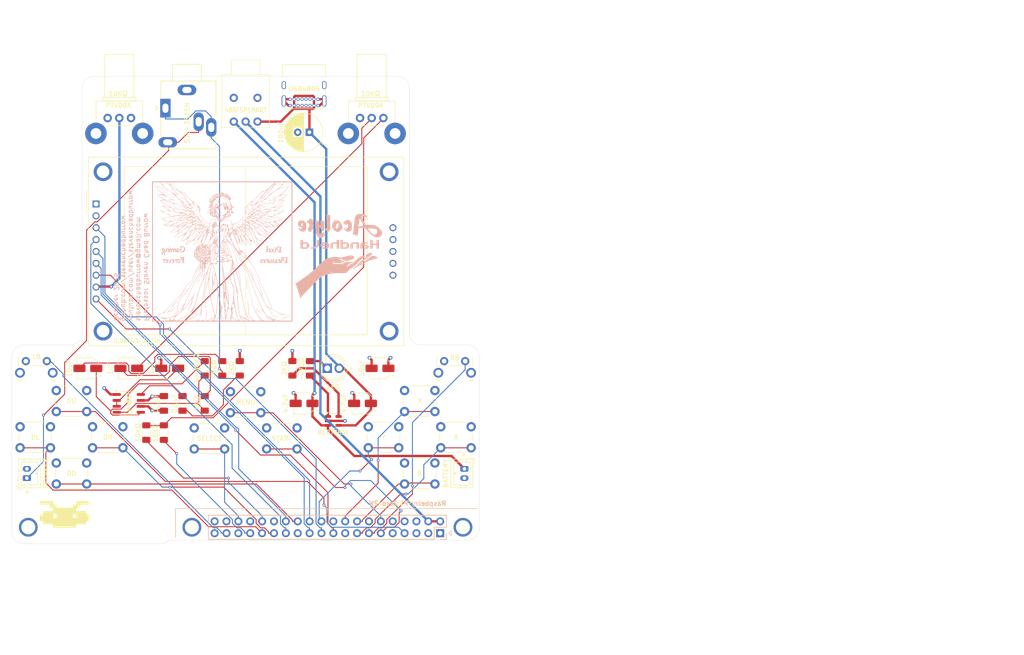
<source format=kicad_pcb>
(kicad_pcb (version 20221018) (generator pcbnew)
  (layers (0 "F.Cu" signal) (1 "In1.Cu" signal) (2 "In2.Cu" signal) (31 "B.Cu" signal) (34 "B.Paste" user) (35 "F.Paste" user) (36 "B.SilkS" user "B.Silkscreen") (37 "F.SilkS" user "F.Silkscreen") (38 "B.Mask" user) (39 "F.Mask" user) (44 "Edge.Cuts" user))
  (net 0 "")
  (net 1 "+3V8")
  (net 2 "GND")
  (net 3 "+5V")
  (net 4 "Net-(C3-Pad1)")
  (net 5 "Net-(C3-Pad2)")
  (net 6 "Net-(U3-+IN)")
  (net 7 "Net-(U3-VO1)")
  (net 8 "Net-(C5-Pad2)")
  (net 9 "+3V3")
  (net 10 "Net-(C7-Pad1)")
  (net 11 "Net-(U3-VO2)")
  (net 12 "Net-(D1-K)")
  (net 13 "POWER")
  (net 16 "BUTTON-DU")
  (net 19 "BUTTON-START")
  (net 20 "BUTTON-RB")
  (net 21 "BUTTON-A")
  (net 22 "BUTTON-B")
  (net 23 "BUTTON-X")
  (net 24 "LCD-MOSI")
  (net 25 "LCD-MISO")
  (net 26 "BUTTON-Y")
  (net 27 "LCD-SCLK")
  (net 28 "LCD-CS")
  (net 29 "BUTTON-DR")
  (net 30 "LCD-RESET")
  (net 31 "LCD-DC")
  (net 32 "BUTTON-DD")
  (net 33 "BUTTON-DL")
  (net 34 "AUDIO-LEFT")
  (net 35 "AUDIO-RIGHT")
  (net 36 "BUTTON-SELECT")
  (net 37 "BUTTON-LB")
  (net 40 "AUDIO-OUT")
  (net 41 "AUDIO-SPEAKER")
  (net 42 "Net-(U1-PROG)")
  (net 43 "STAT")
  (net 44 "Net-(R3-Pad2)")
  (net 45 "Net-(U3--IN)")
  (net 46 "LCD-BL")
  (net 47 "BUTTON-MENU")
  (footprint "Button_Switch_THT:SW_PUSH_6mm" (layer "F.Cu") (at 59.5 132.75)
    (fp_text reference "SW5" hide)
    (fp_text value "SW_Push" hide)
  )
  (footprint "Button_Switch_THT:SW_PUSH_6mm" (layer "F.Cu") (at 134 117.25)
    (fp_text reference "SW8" hide)
    (fp_text value "SW_Push" hide)
  )
  (footprint "RPi02W-PeanutGB:ScrewHole-RPiZero" (layer "F.Cu") (at 53.5 146.5)
    (fp_text reference "TP3" hide)
    (fp_text value "TestPoint" hide)
  )
  (footprint "Resistor_SMD:R_1206_3216Metric_Pad1.30x1.75mm_HandSolder" (layer "F.Cu") (at 98.75 112.5 -90)
    (fp_text reference "R8" hide)
    (fp_text value "R_US" hide)
  )
  (footprint "Package_SO:SO-8_3.9x4.9mm_P1.27mm" (layer "F.Cu") (at 75 120)
    (fp_text reference "U3" hide)
    (fp_text value "LM4861MX" hide)
  )
  (footprint "Connector_JST:JST_PH_B2B-PH-K_1x02_P2.00mm_Vertical" (layer "F.Cu") (at 53.2 136 90)
    (fp_text reference "LS1" hide)
    (fp_text value "Speaker" hide)
  )
  (footprint "Package_TO_SOT_SMD:SOT-23-5" (layer "F.Cu") (at 118.75 123.75)
    (fp_text reference "U1" hide)
    (fp_text value "MCP73831-2-OT" hide)
  )
  (footprint "Capacitor_THT:CP_Radial_D8.0mm_P2.50mm" (layer "F.Cu") (at 113.6527 62 180)
    (fp_text reference "C8" hide)
    (fp_text value "C_Polarized_Small_US" hide)
  )
  (footprint "Resistor_SMD:R_1206_3216Metric_Pad1.30x1.75mm_HandSolder" (layer "F.Cu") (at 95 112.5 90)
    (fp_text reference "R7" hide)
    (fp_text value "R_US" hide)
  )
  (footprint "Button_Switch_THT:SW_Tactile_SPST_Angled_PTS645Vx83-2LFS" (layer "F.Cu") (at 142.475 110.9625)
    (fp_text reference "SW11" hide)
    (fp_text value "SW_Push" hide)
  )
  (footprint "Button_Switch_THT:SW_PUSH_6mm" (layer "F.Cu") (at 126.25 125)
    (fp_text reference "SW9" hide)
    (fp_text value "SW_Push" hide)
  )
  (footprint "Resistor_SMD:R_1206_3216Metric_Pad1.30x1.75mm_HandSolder" (layer "F.Cu") (at 91.25 112.5 -90)
    (fp_text reference "R6" hide)
    (fp_text value "R_US" hide)
  )
  (footprint "Button_Switch_THT:SW_PUSH_6mm" (layer "F.Cu") (at 141.75 125)
    (fp_text reference "SW6" hide)
    (fp_text value "SW_Push" hide)
  )
  (footprint "RPi02W-PeanutGB:ScrewHole-RPiZero" (layer "F.Cu") (at 88.5 146.5)
    (fp_text reference "TP1" hide)
    (fp_text value "TestPoint" hide)
  )
  (footprint "Potentiometer_THT:Potentiometer_Bourns_PTV09A-2_Single_Horizontal" (layer "F.Cu") (at 75.475 58.95 90)
    (fp_text reference "RV3" hide)
    (fp_text value "R_Potentiometer_US" hide)
  )
  (footprint "Capacitor_SMD:C_1206_3216Metric_Pad1.33x1.80mm_HandSolder" (layer "F.Cu") (at 86.5 120 90)
    (fp_text reference "C7" hide)
    (fp_text value "C_Small" hide)
  )
  (footprint "Display:CR2013-MI2120" (layer "F.Cu") (at 68 77.34)
    (fp_text reference "U4" hide)
    (fp_text value "CR2013-MI2120" hide)
  )
  (footprint "Resistor_SMD:R_1206_3216Metric_Pad1.30x1.75mm_HandSolder" (layer "F.Cu") (at 78.75 126.25 90)
    (fp_text reference "R3" hide)
    (fp_text value "R_US" hide)
  )
  (footprint "Capacitor_SMD:CP_Elec_4x5.8" (layer "F.Cu") (at 75 112.5 180)
    (fp_text reference "C3" hide)
    (fp_text value "C_Polarized_Small_US" hide)
  )
  (footprint "Connector_USB:USB_C_Receptacle_GCT_USB4085" (layer "F.Cu") (at 115.475 56.275 180)
    (fp_text reference "J9" hide)
    (fp_text value "USB_C_Receptacle" hide)
  )
  (footprint "Button_Switch_THT:SW_PUSH_6mm" (layer "F.Cu") (at 96.75 117.5)
    (fp_text reference "SW14" hide)
    (fp_text value "SW_Push" hide)
  )
  (footprint "Capacitor_SMD:C_1206_3216Metric_Pad1.33x1.80mm_HandSolder" (layer "F.Cu") (at 82.5 120 -90)
    (fp_text reference "C6" hide)
    (fp_text value "C_Small" hide)
  )
  (footprint "RPi02W-PeanutGB:48BFSP1M6QT" (layer "F.Cu") (at 97.46 59.719)
    (fp_text reference "SW1" hide)
    (fp_text value "SW_SPDT_MSM" hide)
  )
  (footprint "Resistor_SMD:R_1206_3216Metric_Pad1.30x1.75mm_HandSolder" (layer "F.Cu") (at 113.75 112.5 -90)
    (fp_text reference "R2" hide)
    (fp_text value "R_US" hide)
  )
  (footprint "Resistor_SMD:R_1206_3216Metric_Pad1.30x1.75mm_HandSolder" (layer "F.Cu") (at 82.5 126.25 -90)
    (fp_text reference "R4" hide)
    (fp_text value "R_US" hide)
  )
  (footprint "Button_Switch_THT:SW_PUSH_6mm" (layer "F.Cu") (at 134 132.75)
    (fp_text reference "SW7" hide)
    (fp_text value "SW_Push" hide)
  )
  (footprint "Button_Switch_THT:SW_Tactile_SPST_Angled_PTS645Vx83-2LFS" (layer "F.Cu") (at 52.975 110.9625)
    (fp_text reference "SW10" hide)
    (fp_text value "SW_Push" hide)
  )
  (footprint "RPi02W-PeanutGB:Jack_3.5mm_Ledino_Edited_KB3SPRS_Horizontal" (layer "F.Cu") (at 82.8425 56.85 -90)
    (fp_text reference "J3" hide)
    (fp_text value "AudioJack3_SwitchTR" hide)
  )
  (footprint "Capacitor_SMD:CP_Elec_4x5.8" (layer "F.Cu") (at 66.25 112.5 180)
    (fp_text reference "C5" hide)
    (fp_text value "C_Polarized_Small_US" hide)
  )
  (footprint "Resistor_SMD:R_1206_3216Metric_Pad1.30x1.75mm_HandSolder" (layer "F.Cu") (at 110 112.5 90)
    (fp_text reference "R1" hide)
    (fp_text value "R_US" hide)
  )
  (footprint "Capacitor_SMD:CP_Elec_4x5.8" (layer "F.Cu") (at 128.75 112.5 180)
    (fp_text reference "C9" hide)
    (fp_text value "C_Polarized_Small_US" hide)
  )
  (footprint "Button_Switch_THT:SW_PUSH_6mm" (layer "F.Cu") (at 51.75 125)
    (fp_text reference "SW4" hide)
    (fp_text value "SW_Push" hide)
  )
  (footprint "Button_Switch_THT:SW_PUSH_6mm" (layer "F.Cu") (at 59.5 117.25)
    (fp_text reference "SW2" hide)
    (fp_text value "SW_Push" hide)
  )
  (footprint "Capacitor_SMD:CP_Elec_4x5.8" (layer "F.Cu") (at 83.75 112.5 180)
    (fp_text reference "C4" hide)
    (fp_text value "C_Polarized_Small_US" hide)
  )
  (footprint "RPi02W-PeanutGB:ScrewHole-RPiZero" (layer "F.Cu") (at 146.5 146.5)
    (fp_text reference "TP2" hide)
    (fp_text value "TestPoint" hide)
  )
  (footprint "Button_Switch_THT:SW_PUSH_6mm" (layer "F.Cu") (at 67.25 125)
    (fp_text reference "SW3" hide)
    (fp_text value "SW_Push" hide)
  )
  (footprint "Capacitor_SMD:CP_Elec_4x5.8" (layer "F.Cu") (at 112.5 120 180)
    (fp_text reference "C2" hide)
    (fp_text value "C_Polarized_Small_US" hide)
  )
  (footprint "Capacitor_SMD:CP_Elec_4x5.8" (layer "F.Cu") (at 125 120 180)
    (fp_text reference "C1" hide)
    (fp_text value "C_Polarized_Small_US" hide)
  )
  (footprint "Resistor_SMD:R_1206_3216Metric_Pad1.30x1.75mm_HandSolder" (layer "F.Cu") (at 91.25 120 90)
    (fp_text reference "R5" hide)
    (fp_text value "R_US" hide)
  )
  (footprint "Button_Switch_THT:SW_PUSH_6mm" (layer "F.Cu") (at 89 125.25)
    (fp_text reference "SW12" hide)
    (fp_text value "SW_Push" hide)
  )
  (footprint "Connector_JST:JST_PH_B2B-PH-K_1x02_P2.00mm_Vertical" (layer "F.Cu") (at 146.8 134 -90)
    (fp_text reference "BT1" hide)
    (fp_text value "Battery_Cell" hide)
  )
  (footprint "Button_Switch_THT:SW_PUSH_6mm" (layer "F.Cu") (at 104.5 125.25)
    (fp_text reference "SW13" hide)
    (fp_text value "SW_Push" hide)
  )
  (footprint "Potentiometer_THT:Potentiometer_Bourns_PTV09A-2_Single_Horizontal" (layer "F.Cu") (at 129.475 58.95 90)
    (fp_text reference "RV2" hide)
    (fp_text value "R_Potentiometer_US" hide)
  )
  (footprint "RPi02W-PeanutGB:Alien" (layer "F.Cu") (at 61.25 143.75)
    (fp_text reference "G109" hide)
    (fp_text value "LOGO" hide)
  )
  (footprint "RPi02W-PeanutGB:LED_Custom_D5.0mm" (layer "F.Cu") (at 117.475 112.5)
    (fp_text reference "D1" hide)
    (fp_text value "LED" hide)
  )
  (footprint "RPi02W-PeanutGB:Hand" (layer "B.Cu") (at 119.5 92.25 180)
    (fp_text reference "G103" hide)
    (fp_text value "LOGO" hide)
  )
  (footprint "RPi02W-PeanutGB:Acolyte" (layer "B.Cu") (at 119.866666 81.888421 180)
    (fp_text reference "G101" hide)
    (fp_text value "LOGO" hide)
  )
  (footprint "RPi02W-PeanutGB:Angel" (layer "B.Cu") (at 95 87.5 180)
    (fp_text reference "G100" hide)
    (fp_text value "LOGO" hide)
  )
  (footprint "RPi02W-PeanutGB:Handheld" (layer "B.Cu") (at 120 87.5 180)
    (fp_text reference "G102" hide)
    (fp_text value "LOGO" hide)
  )
  (footprint "Connector_PinHeader_2.54mm:PinHeader_2x20_P2.54mm_Vertical" (layer "B.Cu") (at 141.625 147.775 90)
    (fp_text reference "J1" hide)
    (fp_text value "Raspberry_Pi_2_3" hide)
  )
  (gr_line (start 144 148.25) (end 144 147.25) (stroke (width 0.1)) (layer "B.SilkS"))
  (gr_line (start 85 142.5) (end 85 148.75) (stroke (width 0.1)) (layer "B.SilkS"))
  (gr_line (start 117.49 142.5) (end 117.49 143.5) (stroke (width 0.1)) (layer "B.SilkS"))
  (gr_line (start 143.5 147.75) (end 144 148.25) (stroke (width 0.1)) (layer "B.SilkS"))
  (gr_line (start 144 147.25) (end 143.5 147.75) (stroke (width 0.1)) (layer "B.SilkS"))
  (gr_line (start 149.5 142.5) (end 85 142.5) (stroke (width 0.1)) (layer "B.SilkS"))
  (gr_line (start 143 144) (end 143 146.5) (stroke (width 0.1)) (layer "F.SilkS"))
  (gr_line (start 143 147.75) (end 143 149) (stroke (width 0.1)) (layer "F.SilkS"))
  (gr_line (start 92 149) (end 92 144) (stroke (width 0.1)) (layer "F.SilkS"))
  (gr_line (start 140.25 149) (end 92 149) (stroke (width 0.1)) (layer "F.SilkS"))
  (gr_line (start 143 149) (end 141.75 149) (stroke (width 0.1)) (layer "F.SilkS"))
  (gr_line (start 92 144) (end 143 144) (stroke (width 0.1)) (layer "F.SilkS"))
  (gr_line (start 144 148.25) (end 144 147.25) (stroke (width 0.1)) (layer "F.SilkS"))
  (gr_line (start 140.25 146.5) (end 140.25 149) (stroke (width 0.1)) (layer "F.SilkS"))
  (gr_line (start 100 69.34) (end 100 105.34) (stroke (width 0.1)) (layer "F.SilkS"))
  (gr_line (start 117.49 142.5) (end 117.49 143.5) (stroke (width 0.1)) (layer "F.SilkS"))
  (gr_line (start 85 142.5) (end 85 148.75) (stroke (width 0.1)) (layer "F.SilkS"))
  (gr_line (start 85 142.5) (end 149.5 142.5) (stroke (width 0.1)) (layer "F.SilkS"))
  (gr_line (start 143.5 147.75) (end 144 148.25) (stroke (width 0.1)) (layer "F.SilkS"))
  (gr_line (start 143 146.5) (end 140.25 146.5) (stroke (width 0.1)) (layer "F.SilkS"))
  (gr_line (start 144 147.25) (end 143.5 147.75) (stroke (width 0.1)) (layer "F.SilkS"))
  (gr_line (start 132.5 50) (end 67.5 50) (stroke (width 0.05)) (layer "Edge.Cuts"))
  (gr_arc (start 52.5 150) (mid 50.732233 149.267767) (end 50 147.5) (stroke (width 0.05)) (layer "Edge.Cuts"))
  (gr_line (start 52.5 150) (end 82.5 150) (stroke (width 0.05)) (layer "Edge.Cuts"))
  (gr_line (start 65 105) (end 65 52.5) (stroke (width 0.05)) (layer "Edge.Cuts"))
  (gr_arc (start 83.396447 149.396447) (mid 83.558659 149.288061) (end 83.75 149.25) (stroke (width 0.05)) (layer "Edge.Cuts"))
  (gr_line (start 52.5 107.5) (end 62.5 107.5) (stroke (width 0.05)) (layer "Edge.Cuts"))
  (gr_line (start 150 146.75) (end 150 110) (stroke (width 0.05)) (layer "Edge.Cuts"))
  (gr_arc (start 65 105) (mid 64.267767 106.767767) (end 62.5 107.5) (stroke (width 0.05)) (layer "Edge.Cuts"))
  (gr_arc (start 132.5 50) (mid 134.267767 50.732233) (end 135 52.5) (stroke (width 0.05)) (layer "Edge.Cuts"))
  (gr_arc (start 137.5 107.5) (mid 135.732233 106.767767) (end 135 105) (stroke (width 0.05)) (layer "Edge.Cuts"))
  (gr_arc (start 82.853553 149.853553) (mid 82.691342 149.961939) (end 82.5 150) (stroke (width 0.05)) (layer "Edge.Cuts"))
  (gr_line (start 83.75 149.25) (end 147.5 149.25) (stroke (width 0.05)) (layer "Edge.Cuts"))
  (gr_arc (start 150 146.75) (mid 149.267767 148.517767) (end 147.5 149.25) (stroke (width 0.05)) (layer "Edge.Cuts"))
  (gr_arc (start 65 52.5) (mid 65.732233 50.732233) (end 67.5 50) (stroke (width 0.05)) (layer "Edge.Cuts"))
  (gr_line (start 50 110) (end 50 147.5) (stroke (width 0.05)) (layer "Edge.Cuts"))
  (gr_line (start 137.5 107.5) (end 147.5 107.5) (stroke (width 0.05)) (layer "Edge.Cuts"))
  (gr_arc (start 147.5 107.5) (mid 149.267767 108.232233) (end 150 110) (stroke (width 0.05)) (layer "Edge.Cuts"))
  (gr_line (start 135 105) (end 135 52.5) (stroke (width 0.05)) (layer "Edge.Cuts"))
  (gr_arc (start 50 110) (mid 50.732233 108.232233) (end 52.5 107.5) (stroke (width 0.05)) (layer "Edge.Cuts"))
  (gr_line (start 82.853553 149.853553) (end 83.396447 149.396447) (stroke (width 0.05)) (layer "Edge.Cuts"))
  (gr_text "Professor Steven Chad Burrow\nstevenchadburrow@gmail.com\nyoutube.com/user/stevenchadburrow\ngithub.com/stevenchadburrow\nOctober 2025" (at 71.75 102.5 -90) (layer "B.SilkS") (effects (font (size 1 1)) (justify left bottom mirror)))
  (gr_text "Raspberry Pi Zero 2W" (at 143 142) (layer "B.SilkS") (effects (font (size 1 1)) (justify left bottom mirror)))
  (gr_text "Raspberry Pi Zero 2W" (at 126.25 142) (layer "F.SilkS") (effects (font (size 1 1)) (justify left bottom)))
  (segment (start 114.75 117.775) (end 114.3 118.225) (width 0.5) (layer "F.Cu") (net 1))
  (segment (start 144.05 131.25) (end 146.8 134) (width 0.5) (layer "F.Cu") (net 1))
  (segment (start 116.2 124.7) (end 117.6125 124.7) (width 0.5) (layer "F.Cu") (net 1))
  (segment (start 117.6125 125.6125) (end 123.25 131.25) (width 0.5) (layer "F.Cu") (net 1))
  (segment (start 117.6125 124.7) (end 117.6125 125.6125) (width 0.5) (layer "F.Cu") (net 1))
  (segment (start 123.25 131.25) (end 144.05 131.25) (width 0.5) (layer "F.Cu") (net 1))
  (segment (start 114.3 122.8) (end 116.2 124.7) (width 0.5) (layer "F.Cu") (net 1))
  (segment (start 114.3 118.225) (end 114.3 122.8) (width 0.5) (layer "F.Cu") (net 1))
  (via (at 114.75 117.775) (size 0.8) (drill 0.4) (layers "F.Cu" "B.Cu") (net 1))
  (segment (start 114.75 77) (end 97.469 59.719) (width 0.5) (layer "B.Cu") (net 1))
  (segment (start 97.469 59.719) (end 97.46 59.719) (width 0.5) (layer "B.Cu") (net 1))
  (segment (start 114.75 117.775) (end 114.75 77) (width 0.5) (layer "B.Cu") (net 1))
  (segment (start 80 118.5) (end 79.135 119.365) (width 0.5) (layer "F.Cu") (net 2))
  (segment (start 110 110.95) (end 110 108.75) (width 0.5) (layer "F.Cu") (net 2))
  (segment (start 82.1875 118.5) (end 82.5 118.1875) (width 0.5) (layer "F.Cu") (net 2))
  (segment (start 71.095 118.095) (end 69.75 116.75) (width 0.5) (layer "F.Cu") (net 2))
  (segment (start 115.845 56.275) (end 116.825 55.295) (width 0.5) (layer "F.Cu") (net 2))
  (segment (start 81.95 110.7) (end 81.5 110.25) (width 0.5) (layer "F.Cu") (net 2))
  (segment (start 115.475 54.925) (end 116.455 54.925) (width 0.5) (layer "F.Cu") (net 2))
  (segment (start 126.95 112.5) (end 126.95 110.7) (width 0.5) (layer "F.Cu") (net 2))
  (segment (start 123.25 118.2) (end 122.8 117.75) (width 0.5) (layer "F.Cu") (net 2))
  (segment (start 72.425 118.095) (end 71.095 118.095) (width 0.5) (layer "F.Cu") (net 2))
  (segment (start 110.7 118.2) (end 110.25 117.75) (width 0.5) (layer "F.Cu") (net 2))
  (segment (start 110.7 120) (end 110.7 118.2) (width 0.5) (layer "F.Cu") (net 2))
  (segment (start 123.25 120) (end 123.25 118.2) (width 0.5) (layer "F.Cu") (net 2))
  (segment (start 109.155 56.275) (end 108.175 55.295) (width 0.5) (layer "F.Cu") (net 2))
  (segment (start 80 118.5) (end 82.1875 118.5) (width 0.5) (layer "F.Cu") (net 2))
  (segment (start 117.6125 123.75) (end 121.25 123.75) (width 0.5) (layer "F.Cu") (net 2))
  (segment (start 98.75 110.95) (end 98.75 108.75) (width 0.5) (layer "F.Cu") (net 2))
  (segment (start 109.525 56.275) (end 109.155 56.275) (width 0.5) (layer "F.Cu") (net 2))
  (segment (start 116.455 54.925) (end 116.825 55.295) (width 0.5) (layer "F.Cu") (net 2))
  (segment (start 109.525 54.925) (end 108.545 54.925) (width 0.5) (layer "F.Cu") (net 2))
  (segment (start 81.95 112.5) (end 81.95 110.7) (width 0.5) (layer "F.Cu") (net 2))
  (segment (start 79.135 119.365) (end 77.575 119.365) (width 0.5) (layer "F.Cu") (net 2))
  (segment (start 126.95 110.7) (end 126.5 110.25) (width 0.5) (layer "F.Cu") (net 2))
  (segment (start 108.545 54.925) (end 108.175 55.295) (width 0.5) (layer "F.Cu") (net 2))
  (segment (start 115.475 56.275) (end 115.845 56.275) (width 0.5) (layer "F.Cu") (net 2))
  (via (at 110.25 117.75) (size 0.8) (drill 0.4) (layers "F.Cu" "B.Cu") (net 2))
  (via (at 110 108.75) (size 0.8) (drill 0.4) (layers "F.Cu" "B.Cu") (net 2))
  (via (at 81.5 110.25) (size 0.8) (drill 0.4) (layers "F.Cu" "B.Cu") (net 2))
  (via (at 121.25 123.75) (size 0.8) (drill 0.4) (layers "F.Cu" "B.Cu") (net 2))
  (via (at 98.75 108.75) (size 0.8) (drill 0.4) (layers "F.Cu" "B.Cu") (net 2))
  (via (at 80 118.5) (size 0.8) (drill 0.4) (layers "F.Cu" "B.Cu") (net 2))
  (via (at 126.5 110.25) (size 0.8) (drill 0.4) (layers "F.Cu" "B.Cu") (net 2))
  (via (at 122.8 117.75) (size 0.8) (drill 0.4) (layers "F.Cu" "B.Cu") (net 2))
  (via (at 69.75 116.75) (size 0.8) (drill 0.4) (layers "F.Cu" "B.Cu") (net 2))
  (segment (start 119.8875 124.7) (end 123.55 124.7) (width 0.5) (layer "F.Cu") (net 3))
  (segment (start 126.8 121.45) (end 126.8 120) (width 0.5) (layer "F.Cu") (net 3))
  (segment (start 114.625 56.77) (end 114.42 56.975) (width 0.5) (layer "F.Cu") (net 3))
  (segment (start 110.58 56.975) (end 110.375 56.77) (width 0.5) (layer "F.Cu") (net 3))
  (segment (start 120.015 113.035) (end 120.015 112.5) (width 0.5) (layer "F.Cu") (net 3))
  (segment (start 113.6527 62) (end 113.653 62) (width 0.2) (layer "F.Cu") (net 3))
  (segment (start 110.375 56.275) (end 110.375 54.925) (width 0.5) (layer "F.Cu") (net 3))
  (segment (start 114.42 56.975) (end 113.75 56.975) (width 0.5) (layer "F.Cu") (net 3))
  (segment (start 110.375 54.925) (end 110.375 54.43) (width 0.5) (layer "F.Cu") (net 3))
  (segment (start 114.42 54.225) (end 114.625 54.43) (width 0.5) (layer "F.Cu") (net 3))
  (segment (start 114.625 56.275) (end 114.625 56.77) (width 0.5) (layer "F.Cu") (net 3))
  (segment (start 110.58 54.225) (end 114.42 54.225) (width 0.5) (layer "F.Cu") (net 3))
  (segment (start 126.8 120) (end 126.8 118.3) (width 0.5) (layer "F.Cu") (net 3))
  (segment (start 126.8 118.3) (end 121 112.5) (width 0.5) (layer "F.Cu") (net 3))
  (segment (start 110.375 56.77) (end 110.375 56.275) (width 0.5) (layer "F.Cu") (net 3))
  (segment (start 123.55 124.7) (end 126.8 121.45) (width 0.5) (layer "F.Cu") (net 3))
  (segment (start 114.625 54.43) (end 114.625 54.925) (width 0.5) (layer "F.Cu") (net 3))
  (segment (start 121 112.5) (end 120.015 112.5) (width 0.5) (layer "F.Cu") (net 3))
  (segment (start 113.653 57.0723) (end 113.75 56.975) (width 0.5) (layer "F.Cu") (net 3))
  (segment (start 107.531 59.719) (end 110.375 56.875) (width 0.5) (layer "F.Cu") (net 3))
  (segment (start 110.375 56.875) (end 110.375 56.77) (width 0.5) (layer "F.Cu") (net 3))
  (segment (start 102.54 59.719) (end 107.531 59.719) (width 0.5) (layer "F.Cu") (net 3))
  (segment (start 113.75 56.975) (end 110.58 56.975) (width 0.5) (layer "F.Cu") (net 3))
  (segment (start 113.653 62) (end 113.653 57.0723) (width 0.5) (layer "F.Cu") (net 3))
  (segment (start 114.625 56.275) (end 114.625 54.925) (width 0.5) (layer "F.Cu") (net 3))
  (segment (start 110.375 54.43) (end 110.58 54.225) (width 0.5) (layer "F.Cu") (net 3))
  (segment (start 117.25 109.375) (end 120.015 112.14) (width 0.5) (layer "B.Cu") (net 3))
  (segment (start 113.6527 62) (end 113.653 62) (width 0.2) (layer "B.Cu") (net 3))
  (segment (start 117.25 65.5973) (end 117.25 109.375) (width 0.5) (layer "B.Cu") (net 3))
  (segment (start 113.653 62) (end 117.25 65.5973) (width 0.5) (layer "B.Cu") (net 3))
  (segment (start 120.015 112.14) (end 120.015 112.5) (width 0.5) (layer "B.Cu") (net 3))
  (segment (start 124.8504 61.1496) (end 126.975 59.025) (width 0.2) (layer "F.Cu") (net 4))
  (segment (start 124.8504 64.4496) (end 124.8504 61.1496) (width 0.2) (layer "F.Cu") (net 4))
  (segment (start 126.975 59.025) (end 126.975 58.95) (width 0.2) (layer "F.Cu") (net 4))
  (segment (start 76.8 112.5) (end 124.8504 64.4496) (width 0.2) (layer "F.Cu") (net 4))
  (segment (start 83.7499 113.1017) (end 83.7499 111.8532) (width 0.2) (layer "F.Cu") (net 5))
  (segment (start 83.7499 111.8532) (end 85.6337 109.9694) (width 0.2) (layer "F.Cu") (net 5))
  (segment (start 92.1261 109.9694) (end 92.4383 110.2816) (width 0.2) (layer "F.Cu") (net 5))
  (segment (start 82.8401 114.0115) (end 83.7499 113.1017) (width 0.2) (layer "F.Cu") (net 5))
  (segment (start 92.4383 110.2816) (end 92.4383 117.2617) (width 0.2) (layer "F.Cu") (net 5))
  (segment (start 92.4383 117.2617) (end 91.25 118.45) (width 0.2) (layer "F.Cu") (net 5))
  (segment (start 74.7115 114.0115) (end 82.8401 114.0115) (width 0.2) (layer "F.Cu") (net 5))
  (segment (start 73.2 112.5) (end 74.7115 114.0115) (width 0.2) (layer "F.Cu") (net 5))
  (segment (start 85.6337 109.9694) (end 92.1261 109.9694) (width 0.2) (layer "F.Cu") (net 5))
  (segment (start 83.1021 114.9479) (end 77.3916 114.9479) (width 0.2) (layer "F.Cu") (net 6))
  (segment (start 72.425 119.365) (end 72.425 120.635) (width 0.2) (layer "F.Cu") (net 6))
  (segment (start 77.3916 114.9479) (end 72.9745 119.365) (width 0.2) (layer "F.Cu") (net 6))
  (segment (start 72.9745 119.365) (end 72.425 119.365) (width 0.2) (layer "F.Cu") (net 6))
  (segment (start 85.55 112.5) (end 83.1021 114.9479) (width 0.2) (layer "F.Cu") (net 6))
  (segment (start 71.509448 121.235) (end 73.340552 121.235) (width 0.2) (layer "F.Cu") (net 7))
  (segment (start 74.8583 118.0476) (end 77.0927 115.8132) (width 0.2) (layer "F.Cu") (net 7))
  (segment (start 74.8583 119.717252) (end 74.8583 118.4646) (width 0.2) (layer "F.Cu") (net 7))
  (segment (start 71.509448 122.505) (end 71.137224 122.132776) (width 0.2) (layer "F.Cu") (net 7))
  (segment (start 71.107224 121.607224) (end 71.137224 121.607224) (width 0.2) (layer "F.Cu") (net 7))
  (segment (start 74.8583 118.4646) (end 74.8583 118.0476) (width 0.2) (layer "F.Cu") (net 7))
  (segment (start 71.137224 121.607224) (end 71.509448 121.235) (width 0.2) (layer "F.Cu") (net 7))
  (segment (start 77.0927 115.8132) (end 86.3868 115.8132) (width 0.2) (layer "F.Cu") (net 7))
  (segment (start 77.575 121.905) (end 76.975 122.505) (width 0.2) (layer "F.Cu") (net 7))
  (segment (start 68.05 112.5) (end 68.05 118.55) (width 0.2) (layer "F.Cu") (net 7))
  (segment (start 76.975 122.505) (end 71.509448 122.505) (width 0.2) (layer "F.Cu") (net 7))
  (segment (start 71.137224 122.132776) (end 71.137224 121.607224) (width 0.2) (layer "F.Cu") (net 7))
  (segment (start 73.340552 121.235) (end 74.8583 119.717252) (width 0.2) (layer "F.Cu") (net 7))
  (segment (start 86.3868 115.8132) (end 91.25 110.95) (width 0.2) (layer "F.Cu") (net 7))
  (segment (start 68.05 118.55) (end 71.107224 121.607224) (width 0.2) (layer "F.Cu") (net 7))
  (segment (start 78.101 113.6112) (end 80.563 111.1492) (width 0.2) (layer "F.Cu") (net 8))
  (segment (start 65.5858 111.3642) (end 74.4474 111.3642) (width 0.2) (layer "F.Cu") (net 8))
  (segment (start 75.5295 113.6112) (end 78.101 113.6112) (width 0.2) (layer "F.Cu") (net 8))
  (segment (start 80.563 111.1492) (end 80.563 110.1495) (width 0.2) (layer "F.Cu") (net 8))
  (segment (start 75 111.9168) (end 75 113.0817) (width 0.2) (layer "F.Cu") (net 8))
  (segment (start 64.45 112.5) (end 65.5858 111.3642) (width 0.2) (layer "F.Cu") (net 8))
  (segment (start 74.4474 111.3642) (end 75 111.9168) (width 0.2) (layer "F.Cu") (net 8))
  (segment (start 75 113.0817) (end 75.5295 113.6112) (width 0.2) (layer "F.Cu") (net 8))
  (segment (start 93.5648 109.5148) (end 95 110.95) (width 0.2) (layer "F.Cu") (net 8))
  (segment (start 81.1977 109.5148) (end 93.5648 109.5148) (width 0.2) (layer "F.Cu") (net 8))
  (segment (start 80.563 110.1495) (end 81.1977 109.5148) (width 0.2) (layer "F.Cu") (net 8))
  (segment (start 130.55 110.7) (end 131 110.25) (width 0.5) (layer "F.Cu") (net 9))
  (segment (start 82.3115 121.5) (end 82.4995 121.312) (width 0.5) (layer "F.Cu") (net 9))
  (segment (start 79.135 120.635) (end 77.575 120.635) (width 0.5) (layer "F.Cu") (net 9))
  (segment (start 130.55 112.5) (end 130.55 110.7) (width 0.5) (layer "F.Cu") (net 9))
  (segment (start 80 121.5) (end 82.3115 121.5) (width 0.5) (layer "F.Cu") (net 9))
  (segment (start 80 121.5) (end 79.135 120.635) (width 0.5) (layer "F.Cu") (net 9))
  (via (at 131 110.25) (size 0.8) (drill 0.4) (layers "F.Cu" "B.Cu") (net 9))
  (via (at 80 121.5) (size 0.8) (drill 0.4) (layers "F.Cu" "B.Cu") (net 9))
  (segment (start 95.25 120.310314) (end 95.25 117.1427) (width 0.2) (layer "F.Cu") (net 10))
  (segment (start 98.3427 114.05) (end 98.75 114.05) (width 0.2) (layer "F.Cu") (net 10))
  (segment (start 95.25 117.1427) (end 98.3427 114.05) (width 0.2) (layer "F.Cu") (net 10))
  (segment (start 88.6033 122.6658) (end 92.894514 122.6658) (width 0.2) (layer "F.Cu") (net 10))
  (segment (start 92.894514 122.6658) (end 95.25 120.310314) (width 0.2) (layer "F.Cu") (net 10))
  (segment (start 86.5 121.5625) (end 87.5 121.5625) (width 0.2) (layer "F.Cu") (net 10))
  (segment (start 87.5 121.5625) (end 88.6033 122.6658) (width 0.2) (layer "F.Cu") (net 10))
  (segment (start 79.4564 116.2136) (end 77.575 118.095) (width 0.2) (layer "F.Cu") (net 11))
  (segment (start 84.2761 116.2136) (end 79.4564 116.2136) (width 0.2) (layer "F.Cu") (net 11))
  (segment (start 86.5 118.4375) (end 84.2761 116.2136) (width 0.2) (layer "F.Cu") (net 11))
  (segment (start 115.925 110.95) (end 117.475 112.5) (width 0.5) (layer "F.Cu") (net 12))
  (segment (start 113.75 110.95) (end 115.925 110.95) (width 0.5) (layer "F.Cu") (net 12))
  (segment (start 139.085 145.235) (end 141.625 145.235) (width 0.5) (layer "F.Cu") (net 13))
  (segment (start 116 122.15) (end 139.085 145.235) (width 0.5) (layer "B.Cu") (net 13))
  (segment (start 100 59.719) (end 116 75.719) (width 0.5) (layer "B.Cu") (net 13))
  (segment (start 116 75.719) (end 116 122.15) (width 0.5) (layer "B.Cu") (net 13))
  (segment (start 66 121.75) (end 59.5 121.75) (width 0.2) (layer "F.Cu") (net 16))
  (segment (start 113.2006 136.7006) (end 82.8108 136.7006) (width 0.2) (layer "F.Cu") (net 16))
  (segment (start 116.75 140.25) (end 113.2006 136.7006) (width 0.2) (layer "F.Cu") (net 16))
  (segment (start 116.75 141.75) (end 116.75 140.25) (width 0.2) (layer "F.Cu") (net 16))
  (segment (start 82.8108 136.7006) (end 67.8602 121.75) (width 0.2) (layer "F.Cu") (net 16))
  (segment (start 67.8602 121.75) (end 66 121.75) (width 0.2) (layer "F.Cu") (net 16))
  (via (at 116.75 141.75) (size 0.6) (drill 0.3) (layers "F.Cu" "B.Cu") (net 16))
  (segment (start 117.375 145.471346) (end 117.375 142.375) (width 0.2) (layer "B.Cu") (net 16))
  (segment (start 118.403654 146.5) (end 117.375 145.471346) (width 0.2) (layer "B.Cu") (net 16))
  (segment (start 117.375 142.375) (end 116.75 141.75) (width 0.2) (layer "B.Cu") (net 16))
  (segment (start 132.73 146.5) (end 118.403654 146.5) (width 0.2) (layer "B.Cu") (net 16))
  (segment (start 134.005 147.775) (end 132.73 146.5) (width 0.2) (layer "B.Cu") (net 16))
  (segment (start 121.0134 138) (end 121.25 138) (width 0.2) (layer "F.Cu") (net 19))
  (segment (start 132.855 145.471346) (end 132.855 143.395) (width 0.2) (layer "F.Cu") (net 19))
  (segment (start 111 129.75) (end 104.5 129.75) (width 0.2) (layer "F.Cu") (net 19))
  (segment (start 121.25 138) (end 119.25 138) (width 0.2) (layer "F.Cu") (net 19))
  (segment (start 130.2 146.5) (end 131.826346 146.5) (width 0.2) (layer "F.Cu") (net 19))
  (segment (start 119.25 138) (end 111 129.75) (width 0.2) (layer "F.Cu") (net 19))
  (segment (start 131.826346 146.5) (end 132.855 145.471346) (width 0.2) (layer "F.Cu") (net 19))
  (segment (start 128.925 147.775) (end 130.2 146.5) (width 0.2) (layer "F.Cu") (net 19))
  (segment (start 132.855 143.395) (end 133.25 143) (width 0.2) (layer "F.Cu") (net 19))
  (via (at 121.25 138) (size 0.6) (drill 0.3) (layers "F.Cu" "B.Cu") (net 19))
  (via (at 133.25 143) (size 0.6) (drill 0.3) (layers "F.Cu" "B.Cu") (net 19))
  (segment (start 122.436371 136.5) (end 126.75 136.5) (width 0.2) (layer "B.Cu") (net 19))
  (segment (start 121.25 137.686371) (end 122.436371 136.5) (width 0.2) (layer "B.Cu") (net 19))
  (segment (start 121.25 138) (end 121.25 137.686371) (width 0.2) (layer "B.Cu") (net 19))
  (segment (start 126.75 136.5) (end 133.25 143) (width 0.2) (layer "B.Cu") (net 19))
  (segment (start 127.5353 147.775) (end 127.5353 147.4873) (width 0.2) (layer "F.Cu") (net 20))
  (segment (start 129.2238 146.6247) (end 130.195 145.6535) (width 0.2) (layer "F.Cu") (net 20))
  (segment (start 130.195 144.8691) (end 135.6845 139.3796) (width 0.2) (layer "F.Cu") (net 20))
  (segment (start 127.5353 147.4873) (end 128.3979 146.6247) (width 0.2) (layer "F.Cu") (net 20))
  (segment (start 135.6845 139.3796) (end 135.6845 137.6393) (width 0.2) (layer "F.Cu") (net 20))
  (segment (start 126.385 147.775) (end 127.5353 147.775) (width 0.2) (layer "F.Cu") (net 20))
  (segment (start 128.3979 146.6247) (end 129.2238 146.6247) (width 0.2) (layer "F.Cu") (net 20))
  (segment (start 130.195 145.6535) (end 130.195 144.8691) (width 0.2) (layer "F.Cu") (net 20))
  (via (at 135.6845 137.6393) (size 0.6) (drill 0.3) (layers "F.Cu" "B.Cu") (net 20))
  (segment (start 135.6845 137.6393) (end 135.6845 124.0932) (width 0.2) (layer "B.Cu") (net 20))
  (segment (start 135.6845 124.0932) (end 146.975 112.8027) (width 0.2) (layer "B.Cu") (net 20))
  (segment (start 146.975 112.8027) (end 146.975 110.9625) (width 0.2) (layer "B.Cu") (net 20))
  (segment (start 124.9953 147.4873) (end 125.8579 146.6247) (width 0.2) (layer "F.Cu") (net 21))
  (segment (start 127.7001 144.8225) (end 133.142 139.3806) (width 0.2) (layer "F.Cu") (net 21))
  (segment (start 124.9953 147.775) (end 124.9953 147.4873) (width 0.2) (layer "F.Cu") (net 21))
  (segment (start 126.6507 146.6247) (end 127.7001 145.5753) (width 0.2) (layer "F.Cu") (net 21))
  (segment (start 123.845 147.775) (end 124.9953 147.775) (width 0.2) (layer "F.Cu") (net 21))
  (segment (start 148.25 129.5) (end 141.75 129.5) (width 0.2) (layer "F.Cu") (net 21))
  (segment (start 133.142 139.3806) (end 134.2969 139.3806) (width 0.2) (layer "F.Cu") (net 21))
  (segment (start 125.8579 146.6247) (end 126.6507 146.6247) (width 0.2) (layer "F.Cu") (net 21))
  (segment (start 127.7001 145.5753) (end 127.7001 144.8225) (width 0.2) (layer "F.Cu") (net 21))
  (via (at 134.2969 139.3806) (size 0.6) (drill 0.3) (layers "F.Cu" "B.Cu") (net 21))
  (segment (start 138.1147 136.0581) (end 138.1147 133.1353) (width 0.2) (layer "B.Cu") (net 21))
  (segment (start 134.7922 139.3806) (end 138.1147 136.0581) (width 0.2) (layer "B.Cu") (net 21))
  (segment (start 134.2969 139.3806) (end 134.7922 139.3806) (width 0.2) (layer "B.Cu") (net 21))
  (segment (start 138.1147 133.1353) (end 141.75 129.5) (width 0.2) (layer "B.Cu") (net 21))
  (segment (start 140.289 137.039) (end 134.211 137.039) (width 0.2) (layer "F.Cu") (net 22))
  (segment (start 132.6927 137.25) (end 134 137.25) (width 0.2) (layer "F.Cu") (net 22))
  (segment (start 134.211 137.039) (end 134 137.25) (width 0.2) (layer "F.Cu") (net 22))
  (segment (start 124.9953 145.235) (end 124.9953 144.9474) (width 0.2) (layer "F.Cu") (net 22))
  (segment (start 123.845 145.235) (end 124.9953 145.235) (width 0.2) (layer "F.Cu") (net 22))
  (segment (start 140.5 137.25) (end 140.289 137.039) (width 0.2) (layer "F.Cu") (net 22))
  (segment (start 124.9953 144.9474) (end 132.6927 137.25) (width 0.2) (layer "F.Cu") (net 22))
  (segment (start 121.305 144.0847) (end 128.3551 137.0346) (width 0.2) (layer "F.Cu") (net 23))
  (segment (start 140.5 121.75) (end 134 121.75) (width 0.2) (layer "F.Cu") (net 23))
  (segment (start 128.3551 137.0346) (end 128.3551 132.1991) (width 0.2) (layer "F.Cu") (net 23))
  (segment (start 121.305 145.235) (end 121.305 144.0847) (width 0.2) (layer "F.Cu") (net 23))
  (via (at 128.3551 132.1991) (size 0.6) (drill 0.3) (layers "F.Cu" "B.Cu") (net 23))
  (segment (start 128.3551 127.3949) (end 134 121.75) (width 0.2) (layer "B.Cu") (net 23))
  (segment (start 128.3551 132.1991) (end 128.3551 127.3949) (width 0.2) (layer "B.Cu") (net 23))
  (segment (start 117.6147 145.7621) (end 117.6147 139.1147) (width 0.2) (layer "F.Cu") (net 24))
  (segment (start 103.1992 131.05) (end 97.863 125.7138) (width 0.2) (layer "F.Cu") (net 24))
  (segment (start 118.4773 146.6247) (end 117.6147 145.7621) (width 0.2) (layer "F.Cu") (net 24))
  (segment (start 109.55 131.05) (end 103.1992 131.05) (width 0.2) (layer "F.Cu") (net 24))
  (segment (start 118.765 147.775) (end 118.765 146.6247) (width 0.2) (layer "F.Cu") (net 24))
  (segment (start 117.6147 139.1147) (end 109.55 131.05) (width 0.2) (layer "F.Cu") (net 24))
  (segment (start 118.765 146.6247) (end 118.4773 146.6247) (width 0.2) (layer "F.Cu") (net 24))
  (via (at 97.863 125.7138) (size 0.6) (drill 0.3) (layers "F.Cu" "B.Cu") (net 24))
  (segment (start 97.863 125.7138) (end 97.863 125.5991) (width 0.2) (layer "B.Cu") (net 24))
  (segment (start 97.863 125.5991) (end 69.0891 96.8252) (width 0.2) (layer "B.Cu") (net 24))
  (segment (start 69.0891 96.8252) (end 69.0891 91.1291) (width 0.2) (layer "B.Cu") (net 24))
  (segment (start 69.0891 91.1291) (end 68 90.04) (width 0.2) (layer "B.Cu") (net 24))
  (segment (start 83.7322 104.088) (end 74.428 104.088) (width 0.2) (layer "F.Cu") (net 25))
  (segment (start 74.428 104.088) (end 68 97.66) (width 0.2) (layer "F.Cu") (net 25))
  (via (at 83.7322 104.088) (size 0.6) (drill 0.3) (layers "F.Cu" "B.Cu") (net 25))
  (segment (start 115.0747 145.7621) (end 115.0747 131.9193) (width 0.2) (layer "B.Cu") (net 25))
  (segment (start 94.3171 114.6729) (end 83.7322 104.088) (width 0.2) (layer "B.Cu") (net 25))
  (segment (start 115.0747 131.9193) (end 97.8283 114.6729) (width 0.2) (layer "B.Cu") (net 25))
  (segment (start 116.225 146.6247) (end 115.9373 146.6247) (width 0.2) (layer "B.Cu") (net 25))
  (segment (start 97.8283 114.6729) (end 94.3171 114.6729) (width 0.2) (layer "B.Cu") (net 25))
  (segment (start 116.225 147.775) (end 116.225 146.6247) (width 0.2) (layer "B.Cu") (net 25))
  (segment (start 115.9373 146.6247) (end 115.0747 145.7621) (width 0.2) (layer "B.Cu") (net 25))
  (segment (start 126.9197 132.0223) (end 126.9385 132.0223) (width 0.2) (layer "F.Cu") (net 26))
  (segment (start 126.9385 132.0223) (end 126.9385 132.0222) (width 0.2) (layer "F.Cu") (net 26))
  (segment (start 124.4796 134.4624) (end 126.9197 132.0223) (width 0.2) (layer "F.Cu") (net 26))
  (segment (start 126.25 129.5) (end 132.75 129.5) (width 0.2) (layer "F.Cu") (net 26))
  (via (at 126.9385 132.0222) (size 0.6) (drill 0.3) (layers "F.Cu" "B.Cu") (net 26))
  (via (at 124.4796 134.4624) (size 0.6) (drill 0.3) (layers "F.Cu" "B.Cu") (net 26))
  (segment (start 126.9385 132.0222) (end 126.25 131.3337) (width 0.2) (layer "B.Cu") (net 26))
  (segment (start 126.25 131.3337) (end 126.25 129.5) (width 0.2) (layer "B.Cu") (net 26))
  (segment (start 115.75 141) (end 115.75 144.76) (width 0.2) (layer "B.Cu") (net 26))
  (segment (start 115.75 144.76) (end 116.225 145.235) (width 0.2) (layer "B.Cu") (net 26))
  (segment (start 124.4796 134.4624) (end 122.2876 134.4624) (width 0.2) (layer "B.Cu") (net 26))
  (segment (start 122.2876 134.4624) (end 115.75 141) (width 0.2) (layer "B.Cu") (net 26))
  (segment (start 81.6922 103.1924) (end 71.0798 92.58) (width 0.2) (layer "F.Cu") (net 27))
  (segment (start 71.0798 92.58) (end 68 92.58) (width 0.2) (layer "F.Cu") (net 27))
  (via (at 81.6922 103.1924) (size 0.6) (drill 0.3) (layers "F.Cu" "B.Cu") (net 27))
  (segment (start 112.5347 145.7621) (end 113.3973 146.6247) (width 0.2) (layer "B.Cu") (net 27))
  (segment (start 81.6922 103.1924) (end 81.6922 105.1027) (width 0.2) (layer "B.Cu") (net 27))
  (segment (start 113.3973 146.6247) (end 113.685 146.6247) (width 0.2) (layer "B.Cu") (net 27))
  (segment (start 81.6922 105.1027) (end 112.5347 135.9452) (width 0.2) (layer "B.Cu") (net 27))
  (segment (start 113.685 147.775) (end 113.685 146.6247) (width 0.2) (layer "B.Cu") (net 27))
  (segment (start 112.5347 135.9452) (end 112.5347 145.7621) (width 0.2) (layer "B.Cu") (net 27))
  (segment (start 69.8896 96.493714) (end 69.8896 84.3096) (width 0.2) (layer "B.Cu") (net 28))
  (segment (start 113.685 136.5292) (end 82.4353 105.2795) (width 0.2) (layer "B.Cu") (net 28))
  (segment (start 82.4353 105.2795) (end 82.4353 103.075) (width 0.2) (layer "B.Cu") (net 28))
  (segment (start 69.8896 84.3096) (end 68 82.42) (width 0.2) (layer "B.Cu") (net 28))
  (segment (start 82.4353 103.075) (end 80.8603 101.5) (width 0.2) (layer "B.Cu") (net 28))
  (segment (start 113.685 145.235) (end 113.685 136.5292) (width 0.2) (layer "B.Cu") (net 28))
  (segment (start 74.895886 101.5) (end 69.8896 96.493714) (width 0.2) (layer "B.Cu") (net 28))
  (segment (start 80.8603 101.5) (end 74.895886 101.5) (width 0.2) (layer "B.Cu") (net 28))
  (segment (start 109.9947 145.235) (end 109.9947 144.9474) (width 0.2) (layer "F.Cu") (net 29))
  (segment (start 111.145 145.235) (end 109.9947 145.235) (width 0.2) (layer "F.Cu") (net 29))
  (segment (start 102.2973 137.25) (end 66 137.25) (width 0.2) (layer "F.Cu") (net 29))
  (segment (start 66 137.25) (end 59.5 137.25) (width 0.2) (layer "F.Cu") (net 29))
  (segment (start 109.9947 144.9474) (end 102.2973 137.25) (width 0.2) (layer "F.Cu") (net 29))
  (segment (start 66.8828 86.0772) (end 68 84.96) (width 0.2) (layer "B.Cu") (net 30))
  (segment (start 66.8828 98.6177) (end 66.8828 86.0772) (width 0.2) (layer "B.Cu") (net 30))
  (segment (start 107.4547 145.7621) (end 107.4547 144.2043) (width 0.2) (layer "B.Cu") (net 30))
  (segment (start 108.605 146.6247) (end 108.3173 146.6247) (width 0.2) (layer "B.Cu") (net 30))
  (segment (start 107.4547 144.2043) (end 97.1095 133.8591) (width 0.2) (layer "B.Cu") (net 30))
  (segment (start 97.1095 128.8444) (end 66.8828 98.6177) (width 0.2) (layer "B.Cu") (net 30))
  (segment (start 108.605 147.775) (end 108.605 146.6247) (width 0.2) (layer "B.Cu") (net 30))
  (segment (start 97.1095 133.8591) (end 97.1095 128.8444) (width 0.2) (layer "B.Cu") (net 30))
  (segment (start 108.3173 146.6247) (end 107.4547 145.7621) (width 0.2) (layer "B.Cu") (net 30))
  (segment (start 97.9437 125.1135) (end 69.4896 96.6594) (width 0.2) (layer "B.Cu") (net 31))
  (segment (start 108.605 144.0847) (end 98.5117 133.9914) (width 0.2) (layer "B.Cu") (net 31))
  (segment (start 98.5117 125.5134) (end 98.1118 125.1135) (width 0.2) (layer "B.Cu") (net 31))
  (segment (start 98.5117 133.9914) (end 98.5117 125.5134) (width 0.2) (layer "B.Cu") (net 31))
  (segment (start 98.1118 125.1135) (end 97.9437 125.1135) (width 0.2) (layer "B.Cu") (net 31))
  (segment (start 69.4896 88.9896) (end 68 87.5) (width 0.2) (layer "B.Cu") (net 31))
  (segment (start 69.4896 96.6594) (end 69.4896 88.9896) (width 0.2) (layer "B.Cu") (net 31))
  (segment (start 108.605 145.235) (end 108.605 144.0847) (width 0.2) (layer "B.Cu") (net 31))
  (segment (start 103.2262 146.6247) (end 102.255 145.6535) (width 0.2) (layer "F.Cu") (net 32))
  (segment (start 102.255 144.869) (end 95.3069 137.9209) (width 0.2) (layer "F.Cu") (net 32))
  (segment (start 106.065 147.775) (end 104.9147 147.775) (width 0.2) (layer "F.Cu") (net 32))
  (segment (start 104.9147 147.775) (end 104.9147 147.4873) (width 0.2) (layer "F.Cu") (net 32))
  (segment (start 102.255 145.6535) (end 102.255 144.869) (width 0.2) (layer "F.Cu") (net 32))
  (segment (start 104.9147 147.4873) (end 104.0521 146.6247) (width 0.2) (layer "F.Cu") (net 32))
  (segment (start 73.75 129.5) (end 67.25 129.5) (width 0.2) (layer "F.Cu") (net 32))
  (segment (start 95.3069 137.9209) (end 83.8042 137.9209) (width 0.2) (layer "F.Cu") (net 32))
  (segment (start 104.0521 146.6247) (end 103.2262 146.6247) (width 0.2) (layer "F.Cu") (net 32))
  (via (at 83.8042 137.9209) (size 0.6) (drill 0.3) (layers "F.Cu" "B.Cu") (net 32))
  (segment (start 82.1709 137.9209) (end 73.75 129.5) (width 0.2) (layer "B.Cu") (net 32))
  (segment (start 83.8042 137.9209) (end 82.1709 137.9209) (width 0.2) (layer "B.Cu") (net 32))
  (segment (start 102.135 146.385) (end 92.061956 146.385) (width 0.2) (layer "F.Cu") (net 33))
  (segment (start 92.061956 146.385) (end 84.226956 138.55) (width 0.2) (layer "F.Cu") (net 33))
  (segment (start 57.25 130.5) (end 58.25 129.5) (width 0.2) (layer "F.Cu") (net 33))
  (segment (start 84.226956 138.55) (end 58.8 138.55) (width 0.2) (layer "F.Cu") (net 33))
  (segment (start 51.75 129.5) (end 58.25 129.5) (width 0.2) (layer "F.Cu") (net 33))
  (segment (start 103.525 147.775) (end 102.135 146.385) (width 0.2) (layer "F.Cu") (net 33))
  (segment (start 58.8 138.55) (end 57.25 137) (width 0.2) (layer "F.Cu") (net 33))
  (segment (start 57.25 137) (end 57.25 130.5) (width 0.2) (layer "F.Cu") (net 33))
  (segment (start 96.3268 135.9825) (end 86.7325 135.9825) (width 0.2) (layer "F.Cu") (net 34))
  (segment (start 78.75 128) (end 78.75 127.8) (width 0.2) (layer "F.Cu") (net 34))
  (segment (start 86.7325 135.9825) (end 78.75 128) (width 0.2) (layer "F.Cu") (net 34))
  (via (at 96.3268 135.9825) (size 0.6) (drill 0.3) (layers "F.Cu" "B.Cu") (net 34))
  (segment (start 96.3268 136.8865) (end 96.3268 135.9825) (width 0.2) (layer "B.Cu") (net 34))
  (segment (start 103.525 145.235) (end 103.525 144.0847) (width 0.2) (layer "B.Cu") (net 34))
  (segment (start 103.525 144.0847) (end 96.3268 136.8865) (width 0.2) (layer "B.Cu") (net 34))
  (segment (start 85.25 130.75) (end 82.5 128) (width 0.2) (layer "F.Cu") (net 35))
  (segment (start 82.5 128) (end 82.5 127.8) (width 0.2) (layer "F.Cu") (net 35))
  (via (at 85.25 130.75) (size 0.6) (drill 0.3) (layers "F.Cu" "B.Cu") (net 35))
  (segment (start 85.25 132.9438) (end 97.175 144.8688) (width 0.2) (layer "B.Cu") (net 35))
  (segment (start 97.175 144.8688) (end 97.175 145.6535) (width 0.2) (layer "B.Cu") (net 35))
  (segment (start 97.175 145.6535) (end 98.1462 146.6247) (width 0.2) (layer "B.Cu") (net 35))
  (segment (start 99.8347 147.775) (end 100.985 147.775) (width 0.2) (layer "B.Cu") (net 35))
  (segment (start 99.8347 147.4873) (end 99.8347 147.775) (width 0.2) (layer "B.Cu") (net 35))
  (segment (start 98.9721 146.6247) (end 99.8347 147.4873) (width 0.2) (layer "B.Cu") (net 35))
  (segment (start 98.1462 146.6247) (end 98.9721 146.6247) (width 0.2) (layer "B.Cu") (net 35))
  (segment (start 85.25 130.75) (end 85.25 132.9438) (width 0.2) (layer "B.Cu") (net 35))
  (segment (start 95.5 129.75) (end 89 129.75) (width 0.2) (layer "F.Cu") (net 36))
  (segment (start 98.445 145.235) (end 98.445 144.0847) (width 0.2) (layer "B.Cu") (net 36))
  (segment (start 95.5 141.1397) (end 95.5 129.75) (width 0.2) (layer "B.Cu") (net 36))
  (segment (start 98.445 144.0847) (end 95.5 141.1397) (width 0.2) (layer "B.Cu") (net 36))
  (segment (start 95.905 147.775) (end 94.7547 147.775) (width 0.2) (layer "B.Cu") (net 37))
  (segment (start 93.1247 146.6247) (end 84.4042 137.9042) (width 0.2) (layer "B.Cu") (net 37))
  (segment (start 94.7547 147.4873) (end 93.8921 146.6247) (width 0.2) (layer "B.Cu") (net 37))
  (segment (start 84.4042 137.672371) (end 60.9515 114.219671) (width 0.2) (layer "B.Cu") (net 37))
  (segment (start 94.7547 147.775) (end 94.7547 147.4873) (width 0.2) (layer "B.Cu") (net 37))
  (segment (start 84.4042 137.9042) (end 84.4042 137.672371) (width 0.2) (layer "B.Cu") (net 37))
  (segment (start 93.8921 146.6247) (end 93.1247 146.6247) (width 0.2) (layer "B.Cu") (net 37))
  (segment (start 60.9515 114.219671) (end 60.9515 113.6785) (width 0.2) (layer "B.Cu") (net 37))
  (segment (start 58.2355 110.9625) (end 57.475 110.9625) (width 0.2) (layer "B.Cu") (net 37))
  (segment (start 60.9515 113.6785) (end 58.2355 110.9625) (width 0.2) (layer "B.Cu") (net 37))
  (segment (start 94.4258 112.5933) (end 95 113.1675) (width 0.2) (layer "F.Cu") (net 40))
  (segment (start 95 113.1675) (end 95 114.05) (width 0.2) (layer "F.Cu") (net 40))
  (via (at 94.4258 112.5933) (size 0.6) (drill 0.3) (layers "F.Cu" "B.Cu") (net 40))
  (segment (start 87.6393 59.1503) (end 89.3646 57.425) (width 0.2) (layer "B.Cu") (net 40))
  (segment (start 92.6425 60.95) (end 92.6425 58.6497) (width 0.2) (layer "B.Cu") (net 40))
  (segment (start 94.4258 65.0336) (end 94.4258 112.5933) (width 0.2) (layer "B.Cu") (net 40))
  (segment (start 89.3646 57.425) (end 91.4178 57.425) (width 0.2) (layer "B.Cu") (net 40))
  (segment (start 91.4178 57.425) (end 92.6425 58.6497) (width 0.2) (layer "B.Cu") (net 40))
  (segment (start 82.8425 56.85) (end 82.8425 59.1503) (width 0.2) (layer "B.Cu") (net 40))
  (segment (start 82.8425 59.1503) (end 87.6393 59.1503) (width 0.2) (layer "B.Cu") (net 40))
  (segment (start 92.6425 63.2503) (end 94.4258 65.0336) (width 0.2) (layer "B.Cu") (net 40))
  (segment (start 92.6425 60.95) (end 92.6425 63.2503) (width 0.2) (layer "B.Cu") (net 40))
  (segment (start 83.5451 65.8734) (end 68.2685 81.15) (width 0.2) (layer "F.Cu") (net 41))
  (segment (start 89.9425 59.75) (end 89.9425 62.0503) (width 0.2) (layer "F.Cu") (net 41))
  (segment (start 83.5451 64.15) (end 83.5451 65.8734) (width 0.2) (layer "F.Cu") (net 41))
  (segment (start 83.3425 64.15) (end 83.5451 64.15) (width 0.2) (layer "F.Cu") (net 41))
  (segment (start 56.75 122.5) (end 56.75 122.5524) (width 0.2) (layer "F.Cu") (net 41))
  (segment (start 87.7425 62.0503) (end 89.9425 62.0503) (width 0.2) (layer "F.Cu") (net 41))
  (segment (start 85.6428 64.15) (end 87.7425 62.0503) (width 0.2) (layer "F.Cu") (net 41))
  (segment (start 56.8024 122.5) (end 56.75 122.5) (width 0.2) (layer "F.Cu") (net 41))
  (segment (start 67.7738 81.15) (end 65.9711 82.9527) (width 0.2) (layer "F.Cu") (net 41))
  (segment (start 65.9711 106.5601) (end 61.28 111.2512) (width 0.2) (layer "F.Cu") (net 41))
  (segment (start 61.28 118.0224) (end 56.8024 122.5) (width 0.2) (layer "F.Cu") (net 41))
  (segment (start 68.2685 81.15) (end 67.7738 81.15) (width 0.2) (layer "F.Cu") (net 41))
  (segment (start 83.5451 64.15) (end 85.6428 64.15) (width 0.2) (layer "F.Cu") (net 41))
  (segment (start 65.9711 82.9527) (end 65.9711 106.5601) (width 0.2) (layer "F.Cu") (net 41))
  (segment (start 61.28 111.2512) (end 61.28 118.0224) (width 0.2) (layer "F.Cu") (net 41))
  (via (at 56.75 122.5) (size 0.6) (drill 0.3) (layers "F.Cu" "B.Cu") (net 41))
  (segment (start 56.75 132.45) (end 56.75 122.5) (width 0.2) (layer "B.Cu") (net 41))
  (segment (start 53.2 136) (end 56.75 132.45) (width 0.2) (layer "B.Cu") (net 41))
  (segment (start 114.5 112.5) (end 119.888 117.888) (width 0.5) (layer "F.Cu") (net 42))
  (segment (start 111.55 112.5) (end 114.5 112.5) (width 0.5) (layer "F.Cu") (net 42))
  (segment (start 119.888 122.7995) (end 119.8875 122.8) (width 0.5) (layer "F.Cu") (net 42))
  (segment (start 119.888 119.719) (end 119.888 122.7995) (width 0.5) (layer "F.Cu") (net 42))
  (segment (start 110 114.05) (end 111.55 112.5) (width 0.5) (layer "F.Cu") (net 42))
  (segment (start 119.888 117.888) (end 119.888 119.719) (width 0.5) (layer "F.Cu") (net 42))
  (segment (start 119.888 119.719) (end 119.8875 119.7195) (width 0.2) (layer "F.Cu") (net 42))
  (segment (start 117.612 117.912) (end 117.612 119.731) (width 0.5) (layer "F.Cu") (net 43))
  (segment (start 117.612 119.731) (end 117.6125 119.7315) (width 0.2) (layer "F.Cu") (net 43))
  (segment (start 113.75 114.05) (end 117.612 117.912) (width 0.5) (layer "F.Cu") (net 43))
  (segment (start 117.612 122.5) (end 117.6125 122.5) (width 0.5) (layer "F.Cu") (net 43))
  (segment (start 117.612 119.731) (end 117.612 122.5) (width 0.5) (layer "F.Cu") (net 43))
  (segment (start 82.45 124.75) (end 78.8 124.75) (width 0.2) (layer "F.Cu") (net 44))
  (segment (start 78.8 124.75) (end 78.75 124.7) (width 0.2) (layer "F.Cu") (net 44))
  (segment (start 93.0602 123.0658) (end 125.2508 90.8752) (width 0.2) (layer "F.Cu") (net 44))
  (segment (start 129.475 59.025) (end 129.475 58.95) (width 0.2) (layer "F.Cu") (net 44))
  (segment (start 82.5 124.7) (end 82.45 124.75) (width 0.2) (layer "F.Cu") (net 44))
  (segment (start 125.2508 63.2492) (end 129.475 59.025) (width 0.2) (layer "F.Cu") (net 44))
  (segment (start 84.1342 123.0658) (end 93.0602 123.0658) (width 0.2) (layer "F.Cu") (net 44))
  (segment (start 82.5 124.7) (end 84.1342 123.0658) (width 0.2) (layer "F.Cu") (net 44))
  (segment (start 125.2508 90.8752) (end 125.2508 63.2492) (width 0.2) (layer "F.Cu") (net 44))
  (segment (start 76.624448 120) (end 89.63 120) (width 0.2) (layer "F.Cu") (net 45))
  (segment (start 89.9713 119.6587) (end 89.665 119.965) (width 0.2) (layer "F.Cu") (net 45))
  (segment (start 74.719448 121.905) (end 76.624448 120) (width 0.2) (layer "F.Cu") (net 45))
  (segment (start 72.425 121.905) (end 74.719448 121.905) (width 0.2) (layer "F.Cu") (net 45))
  (segment (start 89.63 120) (end 89.665 119.965) (width 0.2) (layer "F.Cu") (net 45))
  (segment (start 89.665 119.965) (end 89.9713 120.2713) (width 0.2) (layer "F.Cu") (net 45))
  (segment (start 89.9713 115.3287) (end 89.9713 119.6587) (width 0.2) (layer "F.Cu") (net 45))
  (segment (start 89.9713 120.2713) (end 91.25 121.55) (width 0.2) (layer "F.Cu") (net 45))
  (segment (start 89.9713 115.3287) (end 91.25 114.05) (width 0.2) (layer "F.Cu") (net 45))
  (segment (start 68.12 95) (end 68 95.12) (width 0.5) (layer "F.Cu") (net 46))
  (segment (start 71.25 95) (end 68.12 95) (width 0.5) (layer "F.Cu") (net 46))
  (via (at 71.25 95) (size 0.8) (drill 0.4) (layers "F.Cu" "B.Cu") (net 46))
  (segment (start 71.25 95) (end 73 93.25) (width 0.5) (layer "B.Cu") (net 46))
  (segment (start 73 58.975) (end 72.975 58.95) (width 0.5) (layer "B.Cu") (net 46))
  (segment (start 73 93.25) (end 73 58.975) (width 0.5) (layer "B.Cu") (net 46))
  (segment (start 103.25 122) (end 96.75 122) (width 0.2) (layer "F.Cu") (net 47))
  (segment (start 121.0763 137.2595) (end 105.8168 122) (width 0.2) (layer "F.Cu") (net 47))
  (segment (start 122.5254 137.2595) (end 121.0763 137.2595) (width 0.2) (layer "F.Cu") (net 47))
  (segment (start 105.8168 122) (end 103.25 122) (width 0.2) (layer "F.Cu") (net 47))
  (via (at 122.5254 137.2595) (size 0.6) (drill 0.3) (layers "F.Cu" "B.Cu") (net 47))
  (segment (start 128.925 145.235) (end 128.925 144.0847) (width 0.2) (layer "B.Cu") (net 47))
  (segment (start 122.5254 137.6851) (end 122.5254 137.2595) (width 0.2) (layer "B.Cu") (net 47))
  (segment (start 128.925 144.0847) (end 122.5254 137.6851) (width 0.2) (layer "B.Cu") (net 47))
)
</source>
